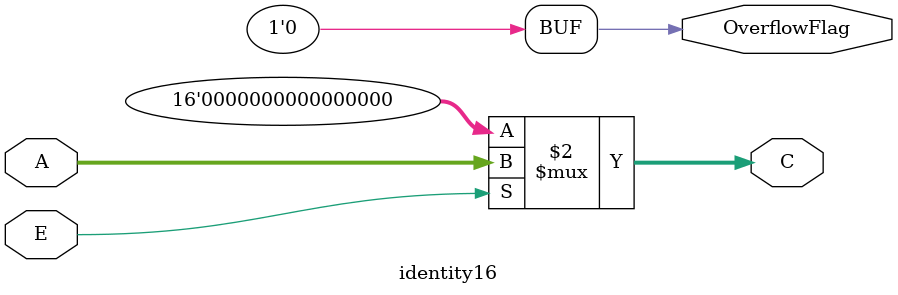
<source format=v>


// Output 1: C; calculation result, 16bit binary
// Output 2: OverflowFlag; 0
// Input 1: A; input, 16bit binary
// Input 2: E; enable, 1bit binary

module identity16 (output [15:0] C, output OverflowFlag,
	input [15:0] A, input E);
	
	assign OverflowFlag = 1'b0;
	assign C=(E==1'b1)? A:16'b0000000000000000;

endmodule

</source>
